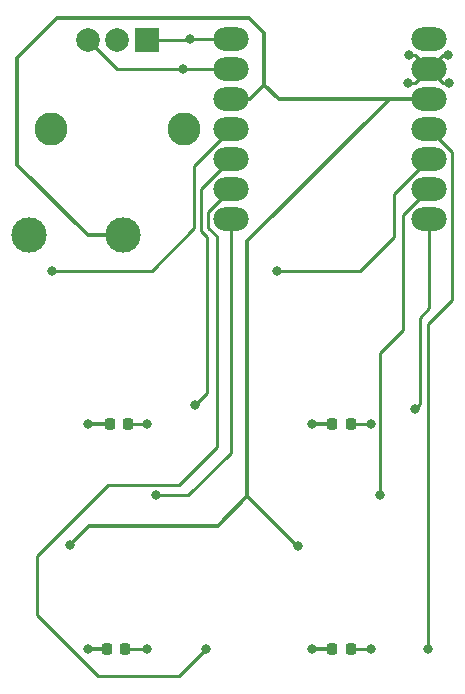
<source format=gtl>
%TF.GenerationSoftware,KiCad,Pcbnew,(6.0.9)*%
%TF.CreationDate,2023-02-13T00:06:44-05:00*%
%TF.ProjectId,Tang,54616e67-2e6b-4696-9361-645f70636258,rev?*%
%TF.SameCoordinates,Original*%
%TF.FileFunction,Copper,L1,Top*%
%TF.FilePolarity,Positive*%
%FSLAX46Y46*%
G04 Gerber Fmt 4.6, Leading zero omitted, Abs format (unit mm)*
G04 Created by KiCad (PCBNEW (6.0.9)) date 2023-02-13 00:06:44*
%MOMM*%
%LPD*%
G01*
G04 APERTURE LIST*
G04 Aperture macros list*
%AMRoundRect*
0 Rectangle with rounded corners*
0 $1 Rounding radius*
0 $2 $3 $4 $5 $6 $7 $8 $9 X,Y pos of 4 corners*
0 Add a 4 corners polygon primitive as box body*
4,1,4,$2,$3,$4,$5,$6,$7,$8,$9,$2,$3,0*
0 Add four circle primitives for the rounded corners*
1,1,$1+$1,$2,$3*
1,1,$1+$1,$4,$5*
1,1,$1+$1,$6,$7*
1,1,$1+$1,$8,$9*
0 Add four rect primitives between the rounded corners*
20,1,$1+$1,$2,$3,$4,$5,0*
20,1,$1+$1,$4,$5,$6,$7,0*
20,1,$1+$1,$6,$7,$8,$9,0*
20,1,$1+$1,$8,$9,$2,$3,0*%
G04 Aperture macros list end*
%TA.AperFunction,SMDPad,CuDef*%
%ADD10RoundRect,0.218750X-0.218750X-0.256250X0.218750X-0.256250X0.218750X0.256250X-0.218750X0.256250X0*%
%TD*%
%TA.AperFunction,ComponentPad*%
%ADD11R,2.000000X2.000000*%
%TD*%
%TA.AperFunction,ComponentPad*%
%ADD12C,2.000000*%
%TD*%
%TA.AperFunction,ComponentPad*%
%ADD13C,2.800000*%
%TD*%
%TA.AperFunction,SMDPad,CuDef*%
%ADD14O,3.000000X2.000000*%
%TD*%
%TA.AperFunction,ComponentPad*%
%ADD15C,3.000000*%
%TD*%
%TA.AperFunction,ViaPad*%
%ADD16C,0.800000*%
%TD*%
%TA.AperFunction,Conductor*%
%ADD17C,0.250000*%
%TD*%
%TA.AperFunction,Conductor*%
%ADD18C,0.300000*%
%TD*%
G04 APERTURE END LIST*
D10*
%TO.P,D2,1,K*%
%TO.N,GND*%
X128712500Y-101000000D03*
%TO.P,D2,2,A*%
%TO.N,Net-(D2-Pad2)*%
X130287500Y-101000000D03*
%TD*%
%TO.P,D3,1,K*%
%TO.N,GND*%
X109587500Y-120000000D03*
%TO.P,D3,2,A*%
%TO.N,Net-(D3-Pad2)*%
X111162500Y-120000000D03*
%TD*%
%TO.P,D4,1,K*%
%TO.N,GND*%
X128712500Y-120000000D03*
%TO.P,D4,2,A*%
%TO.N,Net-(D4-Pad2)*%
X130287500Y-120000000D03*
%TD*%
D11*
%TO.P,SW3,A,A*%
%TO.N,ENCA*%
X113000000Y-68450000D03*
D12*
%TO.P,SW3,B,B*%
%TO.N,ENCB*%
X108000000Y-68450000D03*
%TO.P,SW3,C,C*%
%TO.N,GND*%
X110500000Y-68450000D03*
D13*
%TO.P,SW3,MP*%
%TO.N,N/C*%
X116100000Y-75950000D03*
X104900000Y-75950000D03*
%TD*%
D10*
%TO.P,D1,1,K*%
%TO.N,GND*%
X109862500Y-101000000D03*
%TO.P,D1,2,A*%
%TO.N,Net-(D1-Pad2)*%
X111437500Y-101000000D03*
%TD*%
D14*
%TO.P,U1,1,PA02_A0_D0*%
%TO.N,ENCA*%
X120118000Y-68380000D03*
%TO.P,U1,2,PA4_A1_D1*%
%TO.N,ENCB*%
X120118000Y-70920000D03*
%TO.P,U1,3,PA10_A2_D2*%
%TO.N,+3V3*%
X120118000Y-73460000D03*
%TO.P,U1,4,PA11_A3_D3*%
%TO.N,SW1*%
X120118000Y-76000000D03*
%TO.P,U1,5,PA8_A4_D4_SDA*%
%TO.N,LED1*%
X120118000Y-78540000D03*
%TO.P,U1,6,PA9_A5_D5_SCL*%
%TO.N,LED3*%
X120118000Y-81080000D03*
%TO.P,U1,7,PB08_A6_D6_TX*%
%TO.N,SW3*%
X120118000Y-83620000D03*
%TO.P,U1,8,PB09_A7_D7_RX*%
%TO.N,LED2*%
X136882000Y-83620000D03*
%TO.P,U1,9,PA7_A8_D8_SCK*%
%TO.N,SW4*%
X136882000Y-81080000D03*
%TO.P,U1,10,PA5_A9_D9_MISO*%
%TO.N,SW2*%
X136882000Y-78540000D03*
%TO.P,U1,11,PA6_A10_D10_MOSI*%
%TO.N,LED4*%
X136882000Y-76000000D03*
%TO.P,U1,12,3V3*%
%TO.N,+3V3*%
X136882000Y-73460000D03*
%TO.P,U1,13,GND*%
%TO.N,GND*%
X136882000Y-70920000D03*
%TO.P,U1,14,5V*%
%TO.N,+5V*%
X136882000Y-68380000D03*
%TD*%
D15*
%TO.P,GND1,1,1*%
%TO.N,GND*%
X103000000Y-85000000D03*
%TD*%
%TO.P,3V3,1,1*%
%TO.N,+3V3*%
X111000000Y-85000000D03*
%TD*%
D16*
%TO.N,ENCA*%
X116620000Y-68380000D03*
%TO.N,Net-(D1-Pad2)*%
X113000000Y-101000000D03*
%TO.N,Net-(D2-Pad2)*%
X132000000Y-101000000D03*
%TO.N,Net-(D3-Pad2)*%
X113000000Y-120000000D03*
%TO.N,Net-(D4-Pad2)*%
X132000000Y-120000000D03*
%TO.N,LED3*%
X118000000Y-120000000D03*
%TO.N,LED1*%
X117050000Y-99350000D03*
%TO.N,LED4*%
X136800000Y-120000000D03*
%TO.N,LED2*%
X135700000Y-99700000D03*
%TO.N,+3V3*%
X106500000Y-111200000D03*
X125800000Y-111300000D03*
%TO.N,SW1*%
X105000000Y-88000000D03*
%TO.N,SW2*%
X124000000Y-88000000D03*
%TO.N,SW3*%
X113800000Y-107000000D03*
%TO.N,SW4*%
X132700000Y-107000000D03*
%TO.N,GND*%
X138600000Y-72100000D03*
X108000000Y-101000000D03*
X127000000Y-120000000D03*
X135200000Y-69700000D03*
X135100000Y-72100000D03*
X138500000Y-69700000D03*
X127000000Y-101000000D03*
X108000000Y-120000000D03*
%TO.N,ENCB*%
X116080000Y-70920000D03*
%TD*%
D17*
%TO.N,ENCA*%
X116550000Y-68450000D02*
X113000000Y-68450000D01*
X120350000Y-68380000D02*
X116620000Y-68380000D01*
X116620000Y-68380000D02*
X116550000Y-68450000D01*
%TO.N,Net-(D1-Pad2)*%
X113000000Y-101000000D02*
X111587500Y-101000000D01*
%TO.N,Net-(D2-Pad2)*%
X130437500Y-101000000D02*
X132000000Y-101000000D01*
%TO.N,Net-(D3-Pad2)*%
X111312500Y-120000000D02*
X113000000Y-120000000D01*
%TO.N,Net-(D4-Pad2)*%
X132000000Y-120000000D02*
X130437500Y-120000000D01*
%TO.N,LED3*%
X118900000Y-85063604D02*
X118200000Y-84363604D01*
X115700000Y-106100000D02*
X118900000Y-102900000D01*
X118200000Y-84363604D02*
X118200000Y-82998000D01*
X118900000Y-102900000D02*
X118900000Y-85063604D01*
X115700000Y-122300000D02*
X108900000Y-122300000D01*
X118000000Y-120000000D02*
X115700000Y-122300000D01*
X103700000Y-112100000D02*
X109700000Y-106100000D01*
X108900000Y-122300000D02*
X103700000Y-117100000D01*
X118200000Y-82998000D02*
X120118000Y-81080000D01*
X103700000Y-117100000D02*
X103700000Y-112100000D01*
X109700000Y-106100000D02*
X115700000Y-106100000D01*
%TO.N,LED1*%
X117600000Y-84600000D02*
X117600000Y-81058000D01*
X117600000Y-81058000D02*
X120118000Y-78540000D01*
X117050000Y-99350000D02*
X118100000Y-98300000D01*
X118100000Y-85100000D02*
X117600000Y-84600000D01*
X118100000Y-98300000D02*
X118100000Y-85100000D01*
%TO.N,LED4*%
X138800000Y-77918000D02*
X136882000Y-76000000D01*
X138800000Y-90500000D02*
X138800000Y-77918000D01*
X136800000Y-92500000D02*
X138800000Y-90500000D01*
X136800000Y-120000000D02*
X136800000Y-92500000D01*
%TO.N,LED2*%
X136100000Y-91950000D02*
X136882000Y-91168000D01*
X136882000Y-91168000D02*
X136882000Y-83620000D01*
X135700000Y-99700000D02*
X136100000Y-99300000D01*
X136100000Y-99300000D02*
X136100000Y-91950000D01*
D18*
%TO.N,+3V3*%
X122950000Y-67876406D02*
X121673594Y-66600000D01*
X120118000Y-73460000D02*
X121752132Y-73460000D01*
X108100000Y-109600000D02*
X119000000Y-109600000D01*
X124147868Y-73460000D02*
X122950000Y-72262132D01*
X106500000Y-111200000D02*
X108100000Y-109600000D01*
X121752132Y-73460000D02*
X122950000Y-72262132D01*
X119000000Y-109600000D02*
X121500000Y-107100000D01*
X102000000Y-70000000D02*
X102000000Y-79000000D01*
X105400000Y-66600000D02*
X102000000Y-70000000D01*
X121500000Y-107100000D02*
X121500000Y-85500000D01*
X136882000Y-73460000D02*
X124147868Y-73460000D01*
X121500000Y-85500000D02*
X133540000Y-73460000D01*
X121500000Y-107100000D02*
X125700000Y-111300000D01*
X121673594Y-66600000D02*
X105400000Y-66600000D01*
X108000000Y-85000000D02*
X111000000Y-85000000D01*
X133540000Y-73460000D02*
X136514560Y-73460000D01*
X125700000Y-111300000D02*
X125800000Y-111300000D01*
X102000000Y-79000000D02*
X108000000Y-85000000D01*
X122950000Y-72262132D02*
X122950000Y-67876406D01*
D17*
%TO.N,SW1*%
X113400000Y-88000000D02*
X117000000Y-84400000D01*
X120284167Y-76000000D02*
X120350000Y-76000000D01*
X105000000Y-88000000D02*
X113400000Y-88000000D01*
X117000000Y-84400000D02*
X117000000Y-79118000D01*
X117000000Y-79118000D02*
X120118000Y-76000000D01*
%TO.N,SW2*%
X131000000Y-88000000D02*
X124000000Y-88000000D01*
X133900000Y-85100000D02*
X131000000Y-88000000D01*
X133900000Y-81522000D02*
X133900000Y-85100000D01*
X136882000Y-78540000D02*
X133900000Y-81522000D01*
%TO.N,SW3*%
X120100000Y-103400000D02*
X120100000Y-83638000D01*
X120100000Y-83638000D02*
X120118000Y-83620000D01*
X113800000Y-107000000D02*
X116500000Y-107000000D01*
X116500000Y-107000000D02*
X120100000Y-103400000D01*
%TO.N,SW4*%
X132725000Y-94975000D02*
X134700000Y-93000000D01*
X132725000Y-106975000D02*
X132725000Y-94975000D01*
X134700000Y-93000000D02*
X134700000Y-83262000D01*
X134700000Y-83262000D02*
X136882000Y-81080000D01*
X132700000Y-107000000D02*
X132725000Y-106975000D01*
%TO.N,GND*%
X135662000Y-69700000D02*
X136882000Y-70920000D01*
X138600000Y-72100000D02*
X138062000Y-72100000D01*
D18*
X109712500Y-101000000D02*
X108000000Y-101000000D01*
D17*
X135200000Y-69700000D02*
X135662000Y-69700000D01*
X138500000Y-69700000D02*
X138102000Y-69700000D01*
X138062000Y-72100000D02*
X136882000Y-70920000D01*
D18*
X128562500Y-101000000D02*
X127000000Y-101000000D01*
X109437500Y-120000000D02*
X108000000Y-120000000D01*
D17*
X138102000Y-69700000D02*
X136882000Y-70920000D01*
X135702000Y-72100000D02*
X136882000Y-70920000D01*
D18*
X128562500Y-120000000D02*
X127000000Y-120000000D01*
D17*
X135100000Y-72100000D02*
X135702000Y-72100000D01*
%TO.N,ENCB*%
X110470000Y-70920000D02*
X108000000Y-68450000D01*
X116080000Y-70920000D02*
X110470000Y-70920000D01*
X120350000Y-70920000D02*
X116080000Y-70920000D01*
%TD*%
M02*

</source>
